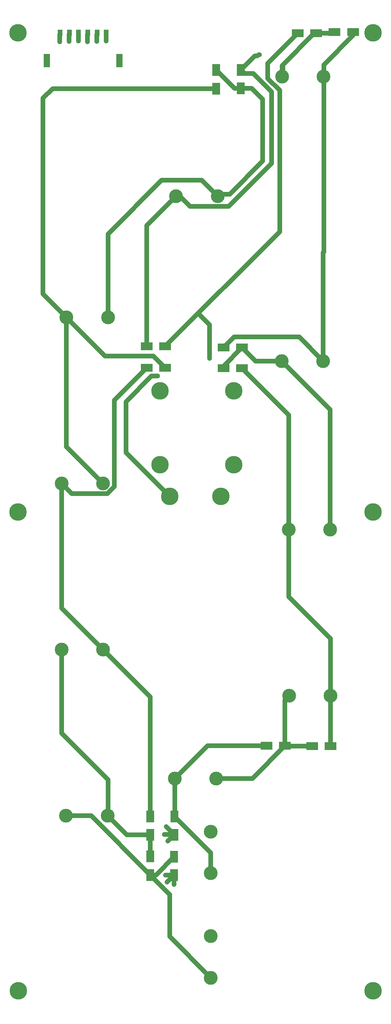
<source format=gtl>
%TF.GenerationSoftware,KiCad,Pcbnew,9.0.1*%
%TF.CreationDate,2025-04-22T22:29:05-07:00*%
%TF.ProjectId,Stationary_X_Panel,53746174-696f-46e6-9172-795f585f5061,1.6*%
%TF.SameCoordinates,Original*%
%TF.FileFunction,Copper,L1,Top*%
%TF.FilePolarity,Positive*%
%FSLAX46Y46*%
G04 Gerber Fmt 4.6, Leading zero omitted, Abs format (unit mm)*
G04 Created by KiCad (PCBNEW 9.0.1) date 2025-04-22 22:29:05*
%MOMM*%
%LPD*%
G01*
G04 APERTURE LIST*
%TA.AperFunction,ComponentPad*%
%ADD10C,2.600000*%
%TD*%
%TA.AperFunction,ConnectorPad*%
%ADD11C,3.800000*%
%TD*%
%TA.AperFunction,ComponentPad*%
%ADD12C,3.000000*%
%TD*%
%TA.AperFunction,SMDPad,CuDef*%
%ADD13R,2.500000X1.700000*%
%TD*%
%TA.AperFunction,SMDPad,CuDef*%
%ADD14R,1.700000X2.500000*%
%TD*%
%TA.AperFunction,SMDPad,CuDef*%
%ADD15R,1.100000X1.450000*%
%TD*%
%TA.AperFunction,SMDPad,CuDef*%
%ADD16R,1.350000X2.900000*%
%TD*%
%TA.AperFunction,ViaPad*%
%ADD17C,0.800000*%
%TD*%
%TA.AperFunction,Conductor*%
%ADD18C,1.000000*%
%TD*%
%TA.AperFunction,Conductor*%
%ADD19C,0.635000*%
%TD*%
G04 APERTURE END LIST*
D10*
%TO.P,H12,1,1*%
%TO.N,GND*%
X109240000Y-127760000D03*
D11*
X109240000Y-127760000D03*
%TD*%
D12*
%TO.P,SC8,1,+*%
%TO.N,Net-(D7-A)*%
X98450000Y-95070000D03*
%TO.P,SC8,2,-*%
%TO.N,Net-(D8-A)*%
X89450000Y-95070000D03*
%TD*%
D13*
%TO.P,D14,1,K*%
%TO.N,VSOLAR*%
X64150000Y-91920000D03*
%TO.P,D14,2,A*%
%TO.N,SC1-6_+*%
X60150000Y-91920000D03*
%TD*%
D14*
%TO.P,D6,1,K*%
%TO.N,Net-(D5-A)*%
X66102000Y-202450000D03*
%TO.P,D6,2,A*%
%TO.N,GND*%
X66102000Y-206450000D03*
%TD*%
D12*
%TO.P,SC2,1,+*%
%TO.N,Net-(D1-A)*%
X51750000Y-85595000D03*
%TO.P,SC2,2,-*%
%TO.N,Net-(D2-A)*%
X42750000Y-85595000D03*
%TD*%
D14*
%TO.P,D4,1,K*%
%TO.N,Net-(D3-A)*%
X60900000Y-193750000D03*
%TO.P,D4,2,A*%
%TO.N,Net-(D4-A)*%
X60900000Y-197750000D03*
%TD*%
%TO.P,D2,1,K*%
%TO.N,Net-(D1-A)*%
X75250000Y-32050000D03*
%TO.P,D2,2,A*%
%TO.N,Net-(D2-A)*%
X75250000Y-36050000D03*
%TD*%
D10*
%TO.P,H8,1,1*%
%TO.N,GND*%
X32260000Y-231510000D03*
D11*
X32260000Y-231510000D03*
%TD*%
D12*
%TO.P,SC1,1,+*%
%TO.N,SC1-6_+*%
X66525000Y-59345000D03*
%TO.P,SC1,2,-*%
%TO.N,Net-(D1-A)*%
X75525000Y-59345000D03*
%TD*%
%TO.P,SC12,1,+*%
%TO.N,Net-(D11-A)*%
X74080000Y-206030000D03*
%TO.P,SC12,2,-*%
%TO.N,GND*%
X74080000Y-197030000D03*
%TD*%
%TO.P,SC11,1,+*%
%TO.N,Net-(D10-A)*%
X75240000Y-185520000D03*
%TO.P,SC11,2,-*%
%TO.N,Net-(D11-A)*%
X66240000Y-185520000D03*
%TD*%
D13*
%TO.P,D3,1,K*%
%TO.N,Net-(D2-A)*%
X64140000Y-96520000D03*
%TO.P,D3,2,A*%
%TO.N,Net-(D3-A)*%
X60140000Y-96520000D03*
%TD*%
%TO.P,D11,1,K*%
%TO.N,Net-(D10-A)*%
X90150000Y-178430000D03*
%TO.P,D11,2,A*%
%TO.N,Net-(D11-A)*%
X86150000Y-178430000D03*
%TD*%
D14*
%TO.P,D5,1,K*%
%TO.N,Net-(D4-A)*%
X60900000Y-202400000D03*
%TO.P,D5,2,A*%
%TO.N,Net-(D5-A)*%
X60900000Y-206400000D03*
%TD*%
D12*
%TO.P,SC9,1,+*%
%TO.N,Net-(D8-A)*%
X99970000Y-131590000D03*
%TO.P,SC9,2,-*%
%TO.N,Net-(D10-K)*%
X90970000Y-131590000D03*
%TD*%
D15*
%TO.P,J2,1,1*%
%TO.N,/RBF_DETECT*%
X41365000Y-24020000D03*
%TO.P,J2,2,2*%
%TO.N,/VBATT*%
X43365000Y-24020000D03*
%TO.P,J2,3,3*%
%TO.N,/VCHRG*%
X45365000Y-24020000D03*
%TO.P,J2,4,4*%
%TO.N,/VUSB_BAT*%
X47365000Y-24020000D03*
%TO.P,J2,5,5*%
%TO.N,/PYCUBED_GND*%
X49365000Y-24020000D03*
%TO.P,J2,6,6*%
%TO.N,/PYCUBED_GNDREF*%
X51365000Y-24020000D03*
D16*
%TO.P,J2,S1,SHIELD1*%
%TO.N,unconnected-(J2-SHIELD1-PadS1)*%
X38470000Y-29995000D03*
%TO.P,J2,S2,SHIELD2*%
%TO.N,unconnected-(J2-SHIELD2-PadS2)*%
X54260000Y-29995000D03*
%TD*%
D10*
%TO.P,H9,1,1*%
%TO.N,GND*%
X32240000Y-127750000D03*
D11*
X32240000Y-127750000D03*
%TD*%
D14*
%TO.P,D1,1,K*%
%TO.N,SC1-6_+*%
X80600000Y-32000000D03*
%TO.P,D1,2,A*%
%TO.N,Net-(D1-A)*%
X80600000Y-36000000D03*
%TD*%
D10*
%TO.P,H3,1,1*%
%TO.N,GND*%
X63000000Y-117500000D03*
D11*
X63000000Y-117500000D03*
%TD*%
D13*
%TO.P,D8,1,K*%
%TO.N,Net-(D7-A)*%
X76850000Y-92120000D03*
%TO.P,D8,2,A*%
%TO.N,Net-(D8-A)*%
X80850000Y-92120000D03*
%TD*%
D12*
%TO.P,SC7,1,+*%
%TO.N,SC7-12_+*%
X89500000Y-33500000D03*
%TO.P,SC7,2,-*%
%TO.N,Net-(D7-A)*%
X98500000Y-33500000D03*
%TD*%
D10*
%TO.P,H10,1,1*%
%TO.N,GND*%
X32250000Y-24010000D03*
D11*
X32250000Y-24010000D03*
%TD*%
D10*
%TO.P,H2,1,1*%
%TO.N,GND*%
X76265000Y-124425000D03*
D11*
X76265000Y-124425000D03*
%TD*%
D12*
%TO.P,SC6,1,+*%
%TO.N,Net-(D5-A)*%
X74080000Y-228670000D03*
%TO.P,SC6,2,-*%
%TO.N,GND*%
X74080000Y-219670000D03*
%TD*%
D10*
%TO.P,H5,1,1*%
%TO.N,GND*%
X63000000Y-101500000D03*
D11*
X63000000Y-101500000D03*
%TD*%
D12*
%TO.P,SC5,1,+*%
%TO.N,Net-(D4-A)*%
X51665000Y-193595000D03*
%TO.P,SC5,2,-*%
%TO.N,Net-(D5-A)*%
X42665000Y-193595000D03*
%TD*%
D10*
%TO.P,H7,1,1*%
%TO.N,GND*%
X109240000Y-231500000D03*
D11*
X109240000Y-231500000D03*
%TD*%
D10*
%TO.P,H4,1,1*%
%TO.N,GND*%
X79000000Y-117500000D03*
D11*
X79000000Y-117500000D03*
%TD*%
D13*
%TO.P,D13,1,K*%
%TO.N,VSOLAR*%
X92915000Y-24095000D03*
%TO.P,D13,2,A*%
%TO.N,SC7-12_+*%
X96915000Y-24095000D03*
%TD*%
%TO.P,D9,1,K*%
%TO.N,Net-(D8-A)*%
X76820000Y-96590000D03*
%TO.P,D9,2,A*%
%TO.N,Net-(D10-K)*%
X80820000Y-96590000D03*
%TD*%
D14*
%TO.P,D12,1,K*%
%TO.N,Net-(D11-A)*%
X66200000Y-193700000D03*
%TO.P,D12,2,A*%
%TO.N,GND*%
X66200000Y-197700000D03*
%TD*%
D10*
%TO.P,H11,1,1*%
%TO.N,GND*%
X109260000Y-24000000D03*
D11*
X109260000Y-24000000D03*
%TD*%
D12*
%TO.P,SC4,1,+*%
%TO.N,Net-(D3-A)*%
X50665000Y-157595000D03*
%TO.P,SC4,2,-*%
%TO.N,Net-(D4-A)*%
X41665000Y-157595000D03*
%TD*%
%TO.P,SC3,1,+*%
%TO.N,Net-(D2-A)*%
X50680000Y-121595000D03*
%TO.P,SC3,2,-*%
%TO.N,Net-(D3-A)*%
X41680000Y-121595000D03*
%TD*%
D13*
%TO.P,D10,1,K*%
%TO.N,Net-(D10-K)*%
X100060000Y-178520000D03*
%TO.P,D10,2,A*%
%TO.N,Net-(D10-A)*%
X96060000Y-178520000D03*
%TD*%
D12*
%TO.P,SC10,1,+*%
%TO.N,Net-(D10-K)*%
X100020000Y-167610000D03*
%TO.P,SC10,2,-*%
%TO.N,Net-(D10-A)*%
X91020000Y-167610000D03*
%TD*%
D10*
%TO.P,H6,1,1*%
%TO.N,GND*%
X79000000Y-101500000D03*
D11*
X79000000Y-101500000D03*
%TD*%
D10*
%TO.P,H1,1,1*%
%TO.N,BURN*%
X65165000Y-124425000D03*
D11*
X65165000Y-124425000D03*
%TD*%
D13*
%TO.P,D7,1,K*%
%TO.N,SC7-12_+*%
X100915000Y-23845000D03*
%TO.P,D7,2,A*%
%TO.N,Net-(D7-A)*%
X104915000Y-23845000D03*
%TD*%
D17*
%TO.N,VSOLAR*%
X73760000Y-94500000D03*
%TO.N,GND*%
X64178000Y-206422000D03*
X66098000Y-208462000D03*
X63980000Y-197580000D03*
X64598000Y-207952000D03*
X64410000Y-195920000D03*
X64690000Y-199050000D03*
%TO.N,SC1-6_+*%
X84590000Y-28695000D03*
%TO.N,BURN*%
X62490000Y-98340000D03*
%TO.N,SC7-12_+*%
X89560000Y-31050000D03*
%TO.N,/RBF_DETECT*%
X41310000Y-25970000D03*
%TO.N,/VUSB_BAT*%
X47310000Y-25910000D03*
%TO.N,/VCHRG*%
X45300000Y-25800000D03*
%TO.N,/VBATT*%
X43340000Y-25880000D03*
%TO.N,/PYCUBED_GND*%
X49340000Y-25880000D03*
%TO.N,/PYCUBED_GNDREF*%
X51290000Y-25780000D03*
%TD*%
D18*
%TO.N,VSOLAR*%
X86440000Y-33900000D02*
X88990000Y-36450000D01*
X73760000Y-87200000D02*
X71325000Y-84765000D01*
X73760000Y-94500000D02*
X73760000Y-87200000D01*
X71325000Y-84765000D02*
X71305000Y-84765000D01*
X92915000Y-24095000D02*
X86440000Y-30570000D01*
X86440000Y-30570000D02*
X86440000Y-33900000D01*
X88990000Y-67080000D02*
X64150000Y-91920000D01*
X88990000Y-36450000D02*
X88990000Y-67080000D01*
%TO.N,GND*%
X66100000Y-206450000D02*
X64598000Y-207952000D01*
X66102000Y-206450000D02*
X66102000Y-208458000D01*
X66102000Y-206450000D02*
X64206000Y-206450000D01*
X66090000Y-197600000D02*
X64410000Y-195920000D01*
X66140000Y-197600000D02*
X64690000Y-199050000D01*
X66200000Y-197600000D02*
X64000000Y-197600000D01*
%TO.N,SC1-6_+*%
X66930000Y-58940000D02*
X64345000Y-61525000D01*
X66525000Y-59345000D02*
X64345000Y-61525000D01*
X84423319Y-28695000D02*
X84117319Y-29001000D01*
X83599000Y-29001000D02*
X80600000Y-32000000D01*
X80600000Y-32000000D02*
X81390000Y-32790000D01*
X84117319Y-29001000D02*
X83599000Y-29001000D01*
X87240000Y-36800000D02*
X87240000Y-52250000D01*
X60140000Y-91910000D02*
X60150000Y-91920000D01*
X84590000Y-28695000D02*
X84423319Y-28695000D01*
X69535000Y-61545000D02*
X66930000Y-58940000D01*
X77945000Y-61545000D02*
X69535000Y-61545000D01*
X64345000Y-61525000D02*
X60140000Y-65730000D01*
X81390000Y-32790000D02*
X83230000Y-32790000D01*
X83230000Y-32790000D02*
X87240000Y-36800000D01*
X87240000Y-52250000D02*
X77945000Y-61545000D01*
X60140000Y-65730000D02*
X60140000Y-91910000D01*
%TO.N,Net-(D1-A)*%
X79200000Y-36000000D02*
X75250000Y-32050000D01*
X78190000Y-58920000D02*
X85330000Y-51780000D01*
X85330000Y-38400000D02*
X82930000Y-36000000D01*
X80600000Y-36000000D02*
X79200000Y-36000000D01*
X85330000Y-51780000D02*
X85330000Y-38400000D01*
X75560000Y-58920000D02*
X78190000Y-58920000D01*
X51750000Y-67550000D02*
X63400000Y-55900000D01*
X82930000Y-36000000D02*
X80600000Y-36000000D01*
X51750000Y-85595000D02*
X51750000Y-67550000D01*
X63400000Y-55900000D02*
X72080000Y-55900000D01*
X72080000Y-55900000D02*
X75525000Y-59345000D01*
%TO.N,Net-(D2-A)*%
X37650000Y-80495000D02*
X37650000Y-38110000D01*
X39710000Y-36050000D02*
X75250000Y-36050000D01*
X42750000Y-85595000D02*
X51135000Y-93980000D01*
X37650000Y-38110000D02*
X39710000Y-36050000D01*
X42750000Y-113665000D02*
X50680000Y-121595000D01*
X42750000Y-85595000D02*
X42750000Y-113665000D01*
X51135000Y-93980000D02*
X61600000Y-93980000D01*
X61600000Y-93980000D02*
X64140000Y-96520000D01*
X42750000Y-85595000D02*
X37650000Y-80495000D01*
%TO.N,Net-(D10-K)*%
X90970000Y-131590000D02*
X90970000Y-146120000D01*
X100020000Y-167610000D02*
X100020000Y-178480000D01*
X90970000Y-146120000D02*
X100020000Y-155170000D01*
X90970000Y-106760000D02*
X80820000Y-96610000D01*
X100020000Y-155170000D02*
X100020000Y-167610000D01*
X80820000Y-96610000D02*
X80820000Y-96590000D01*
X100020000Y-178480000D02*
X100060000Y-178520000D01*
X90970000Y-131590000D02*
X90970000Y-106760000D01*
%TO.N,Net-(D10-A)*%
X83060000Y-185520000D02*
X75240000Y-185520000D01*
X90150000Y-178430000D02*
X90150000Y-168480000D01*
X90240000Y-178520000D02*
X90150000Y-178430000D01*
X90150000Y-168480000D02*
X91020000Y-167610000D01*
X90150000Y-178430000D02*
X83060000Y-185520000D01*
X96060000Y-178520000D02*
X90240000Y-178520000D01*
%TO.N,Net-(D11-A)*%
X66240000Y-185520000D02*
X66240000Y-193660000D01*
X73330000Y-178430000D02*
X66240000Y-185520000D01*
X66200000Y-193700000D02*
X74080000Y-201580000D01*
X74080000Y-201580000D02*
X74080000Y-206030000D01*
X86150000Y-178430000D02*
X73330000Y-178430000D01*
X66240000Y-193660000D02*
X66200000Y-193700000D01*
%TO.N,Net-(D3-A)*%
X41670000Y-121605000D02*
X41680000Y-121595000D01*
X43881000Y-123796000D02*
X51591685Y-123796000D01*
X41680000Y-121595000D02*
X43881000Y-123796000D01*
X53086000Y-122301685D02*
X53086000Y-103574000D01*
X41670000Y-148600000D02*
X41670000Y-121605000D01*
X53086000Y-103574000D02*
X60140000Y-96520000D01*
X60900000Y-167830000D02*
X50665000Y-157595000D01*
X60900000Y-193750000D02*
X60900000Y-167830000D01*
X51591685Y-123796000D02*
X53086000Y-122301685D01*
X50665000Y-157595000D02*
X41670000Y-148600000D01*
%TO.N,Net-(D4-A)*%
X41665000Y-175725000D02*
X41665000Y-158595000D01*
X60900000Y-197750000D02*
X60900000Y-202400000D01*
X51730000Y-185790000D02*
X41665000Y-175725000D01*
X55820000Y-197750000D02*
X60900000Y-197750000D01*
X51665000Y-193595000D02*
X55820000Y-197750000D01*
X51730000Y-194410000D02*
X51730000Y-185790000D01*
%TO.N,Net-(D5-A)*%
X60900000Y-206400000D02*
X62152000Y-206400000D01*
X65165000Y-210665000D02*
X60900000Y-206400000D01*
X65165000Y-219755000D02*
X74080000Y-228670000D01*
X65165000Y-210665000D02*
X65165000Y-219755000D01*
X48095000Y-193595000D02*
X60900000Y-206400000D01*
X62152000Y-206400000D02*
X66102000Y-202450000D01*
X42665000Y-193595000D02*
X48095000Y-193595000D01*
%TO.N,Net-(D7-A)*%
X104915000Y-24525000D02*
X104915000Y-23845000D01*
X93250000Y-89870000D02*
X98450000Y-95070000D01*
X98450000Y-71560000D02*
X98450000Y-95070000D01*
X79100000Y-89870000D02*
X93250000Y-89870000D01*
X98560000Y-30880000D02*
X104915000Y-24525000D01*
X98560000Y-71450000D02*
X98450000Y-71560000D01*
X76850000Y-92120000D02*
X79100000Y-89870000D01*
X98560000Y-71450000D02*
X98560000Y-30880000D01*
%TO.N,Net-(D8-A)*%
X89450000Y-95070000D02*
X83800000Y-95070000D01*
X76820000Y-96200000D02*
X76820000Y-96590000D01*
X99970000Y-105590000D02*
X89450000Y-95070000D01*
X83800000Y-95070000D02*
X80850000Y-92120000D01*
X80850000Y-92120000D02*
X80850000Y-92170000D01*
X99970000Y-131590000D02*
X99970000Y-105590000D01*
X80850000Y-92170000D02*
X76820000Y-96200000D01*
%TO.N,BURN*%
X62490000Y-98340000D02*
X61164411Y-98340000D01*
X55626000Y-103878411D02*
X55626000Y-114886000D01*
X61164411Y-98340000D02*
X55626000Y-103878411D01*
X55626000Y-114886000D02*
X65165000Y-124425000D01*
%TO.N,SC7-12_+*%
X89560000Y-31050000D02*
X89665000Y-31155000D01*
X100665000Y-24095000D02*
X100915000Y-23845000D01*
X96915000Y-24095000D02*
X100665000Y-24095000D01*
X96515000Y-24095000D02*
X96915000Y-24095000D01*
X89560000Y-32800000D02*
X89560000Y-31050000D01*
X89560000Y-31050000D02*
X96515000Y-24095000D01*
X89665000Y-31155000D02*
X89665000Y-32845000D01*
%TO.N,/RBF_DETECT*%
X41315000Y-24305000D02*
X41315000Y-25965000D01*
D19*
X41315000Y-25965000D02*
X41310000Y-25970000D01*
%TO.N,/VUSB_BAT*%
X47315000Y-25905000D02*
X47310000Y-25910000D01*
D18*
X47315000Y-24305000D02*
X47315000Y-25905000D01*
D19*
%TO.N,/VCHRG*%
X45315000Y-25785000D02*
X45300000Y-25800000D01*
D18*
X45315000Y-24305000D02*
X45315000Y-25785000D01*
D19*
%TO.N,/VBATT*%
X43315000Y-25855000D02*
X43340000Y-25880000D01*
D18*
X43315000Y-24305000D02*
X43315000Y-25855000D01*
D19*
%TO.N,/PYCUBED_GND*%
X49315000Y-25855000D02*
X49340000Y-25880000D01*
D18*
X49315000Y-24305000D02*
X49315000Y-25855000D01*
D19*
%TO.N,/PYCUBED_GNDREF*%
X51315000Y-25755000D02*
X51290000Y-25780000D01*
D18*
X51315000Y-24305000D02*
X51315000Y-25755000D01*
%TD*%
M02*

</source>
